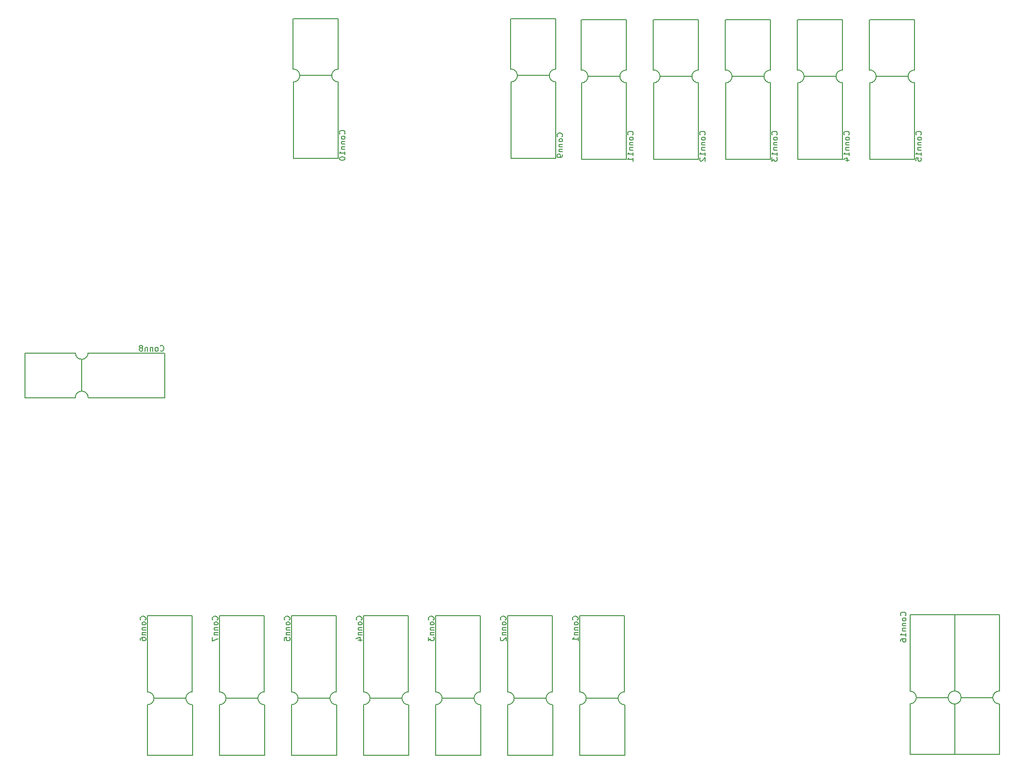
<source format=gbr>
%TF.GenerationSoftware,KiCad,Pcbnew,7.0.7*%
%TF.CreationDate,2024-03-26T21:52:30-05:00*%
%TF.ProjectId,PMS,504d532e-6b69-4636-9164-5f7063625858,rev?*%
%TF.SameCoordinates,Original*%
%TF.FileFunction,Legend,Bot*%
%TF.FilePolarity,Positive*%
%FSLAX46Y46*%
G04 Gerber Fmt 4.6, Leading zero omitted, Abs format (unit mm)*
G04 Created by KiCad (PCBNEW 7.0.7) date 2024-03-26 21:52:30*
%MOMM*%
%LPD*%
G01*
G04 APERTURE LIST*
%ADD10C,0.150000*%
G04 APERTURE END LIST*
D10*
X152415280Y-96307690D02*
X152462900Y-96260071D01*
X152462900Y-96260071D02*
X152510519Y-96117214D01*
X152510519Y-96117214D02*
X152510519Y-96021976D01*
X152510519Y-96021976D02*
X152462900Y-95879119D01*
X152462900Y-95879119D02*
X152367661Y-95783881D01*
X152367661Y-95783881D02*
X152272423Y-95736262D01*
X152272423Y-95736262D02*
X152081947Y-95688643D01*
X152081947Y-95688643D02*
X151939090Y-95688643D01*
X151939090Y-95688643D02*
X151748614Y-95736262D01*
X151748614Y-95736262D02*
X151653376Y-95783881D01*
X151653376Y-95783881D02*
X151558138Y-95879119D01*
X151558138Y-95879119D02*
X151510519Y-96021976D01*
X151510519Y-96021976D02*
X151510519Y-96117214D01*
X151510519Y-96117214D02*
X151558138Y-96260071D01*
X151558138Y-96260071D02*
X151605757Y-96307690D01*
X152510519Y-96879119D02*
X152462900Y-96783881D01*
X152462900Y-96783881D02*
X152415280Y-96736262D01*
X152415280Y-96736262D02*
X152320042Y-96688643D01*
X152320042Y-96688643D02*
X152034328Y-96688643D01*
X152034328Y-96688643D02*
X151939090Y-96736262D01*
X151939090Y-96736262D02*
X151891471Y-96783881D01*
X151891471Y-96783881D02*
X151843852Y-96879119D01*
X151843852Y-96879119D02*
X151843852Y-97021976D01*
X151843852Y-97021976D02*
X151891471Y-97117214D01*
X151891471Y-97117214D02*
X151939090Y-97164833D01*
X151939090Y-97164833D02*
X152034328Y-97212452D01*
X152034328Y-97212452D02*
X152320042Y-97212452D01*
X152320042Y-97212452D02*
X152415280Y-97164833D01*
X152415280Y-97164833D02*
X152462900Y-97117214D01*
X152462900Y-97117214D02*
X152510519Y-97021976D01*
X152510519Y-97021976D02*
X152510519Y-96879119D01*
X151843852Y-97641024D02*
X152510519Y-97641024D01*
X151939090Y-97641024D02*
X151891471Y-97688643D01*
X151891471Y-97688643D02*
X151843852Y-97783881D01*
X151843852Y-97783881D02*
X151843852Y-97926738D01*
X151843852Y-97926738D02*
X151891471Y-98021976D01*
X151891471Y-98021976D02*
X151986709Y-98069595D01*
X151986709Y-98069595D02*
X152510519Y-98069595D01*
X151843852Y-98545786D02*
X152510519Y-98545786D01*
X151939090Y-98545786D02*
X151891471Y-98593405D01*
X151891471Y-98593405D02*
X151843852Y-98688643D01*
X151843852Y-98688643D02*
X151843852Y-98831500D01*
X151843852Y-98831500D02*
X151891471Y-98926738D01*
X151891471Y-98926738D02*
X151986709Y-98974357D01*
X151986709Y-98974357D02*
X152510519Y-98974357D01*
X152510519Y-99498167D02*
X152510519Y-99688643D01*
X152510519Y-99688643D02*
X152462900Y-99783881D01*
X152462900Y-99783881D02*
X152415280Y-99831500D01*
X152415280Y-99831500D02*
X152272423Y-99926738D01*
X152272423Y-99926738D02*
X152081947Y-99974357D01*
X152081947Y-99974357D02*
X151700995Y-99974357D01*
X151700995Y-99974357D02*
X151605757Y-99926738D01*
X151605757Y-99926738D02*
X151558138Y-99879119D01*
X151558138Y-99879119D02*
X151510519Y-99783881D01*
X151510519Y-99783881D02*
X151510519Y-99593405D01*
X151510519Y-99593405D02*
X151558138Y-99498167D01*
X151558138Y-99498167D02*
X151605757Y-99450548D01*
X151605757Y-99450548D02*
X151700995Y-99402929D01*
X151700995Y-99402929D02*
X151939090Y-99402929D01*
X151939090Y-99402929D02*
X152034328Y-99450548D01*
X152034328Y-99450548D02*
X152081947Y-99498167D01*
X152081947Y-99498167D02*
X152129566Y-99593405D01*
X152129566Y-99593405D02*
X152129566Y-99783881D01*
X152129566Y-99783881D02*
X152081947Y-99879119D01*
X152081947Y-99879119D02*
X152034328Y-99926738D01*
X152034328Y-99926738D02*
X151939090Y-99974357D01*
X155135880Y-181568690D02*
X155183500Y-181521071D01*
X155183500Y-181521071D02*
X155231119Y-181378214D01*
X155231119Y-181378214D02*
X155231119Y-181282976D01*
X155231119Y-181282976D02*
X155183500Y-181140119D01*
X155183500Y-181140119D02*
X155088261Y-181044881D01*
X155088261Y-181044881D02*
X154993023Y-180997262D01*
X154993023Y-180997262D02*
X154802547Y-180949643D01*
X154802547Y-180949643D02*
X154659690Y-180949643D01*
X154659690Y-180949643D02*
X154469214Y-180997262D01*
X154469214Y-180997262D02*
X154373976Y-181044881D01*
X154373976Y-181044881D02*
X154278738Y-181140119D01*
X154278738Y-181140119D02*
X154231119Y-181282976D01*
X154231119Y-181282976D02*
X154231119Y-181378214D01*
X154231119Y-181378214D02*
X154278738Y-181521071D01*
X154278738Y-181521071D02*
X154326357Y-181568690D01*
X155231119Y-182140119D02*
X155183500Y-182044881D01*
X155183500Y-182044881D02*
X155135880Y-181997262D01*
X155135880Y-181997262D02*
X155040642Y-181949643D01*
X155040642Y-181949643D02*
X154754928Y-181949643D01*
X154754928Y-181949643D02*
X154659690Y-181997262D01*
X154659690Y-181997262D02*
X154612071Y-182044881D01*
X154612071Y-182044881D02*
X154564452Y-182140119D01*
X154564452Y-182140119D02*
X154564452Y-182282976D01*
X154564452Y-182282976D02*
X154612071Y-182378214D01*
X154612071Y-182378214D02*
X154659690Y-182425833D01*
X154659690Y-182425833D02*
X154754928Y-182473452D01*
X154754928Y-182473452D02*
X155040642Y-182473452D01*
X155040642Y-182473452D02*
X155135880Y-182425833D01*
X155135880Y-182425833D02*
X155183500Y-182378214D01*
X155183500Y-182378214D02*
X155231119Y-182282976D01*
X155231119Y-182282976D02*
X155231119Y-182140119D01*
X154564452Y-182902024D02*
X155231119Y-182902024D01*
X154659690Y-182902024D02*
X154612071Y-182949643D01*
X154612071Y-182949643D02*
X154564452Y-183044881D01*
X154564452Y-183044881D02*
X154564452Y-183187738D01*
X154564452Y-183187738D02*
X154612071Y-183282976D01*
X154612071Y-183282976D02*
X154707309Y-183330595D01*
X154707309Y-183330595D02*
X155231119Y-183330595D01*
X154564452Y-183806786D02*
X155231119Y-183806786D01*
X154659690Y-183806786D02*
X154612071Y-183854405D01*
X154612071Y-183854405D02*
X154564452Y-183949643D01*
X154564452Y-183949643D02*
X154564452Y-184092500D01*
X154564452Y-184092500D02*
X154612071Y-184187738D01*
X154612071Y-184187738D02*
X154707309Y-184235357D01*
X154707309Y-184235357D02*
X155231119Y-184235357D01*
X155231119Y-185235357D02*
X155231119Y-184663929D01*
X155231119Y-184949643D02*
X154231119Y-184949643D01*
X154231119Y-184949643D02*
X154373976Y-184854405D01*
X154373976Y-184854405D02*
X154469214Y-184759167D01*
X154469214Y-184759167D02*
X154516833Y-184663929D01*
X142435880Y-181568690D02*
X142483500Y-181521071D01*
X142483500Y-181521071D02*
X142531119Y-181378214D01*
X142531119Y-181378214D02*
X142531119Y-181282976D01*
X142531119Y-181282976D02*
X142483500Y-181140119D01*
X142483500Y-181140119D02*
X142388261Y-181044881D01*
X142388261Y-181044881D02*
X142293023Y-180997262D01*
X142293023Y-180997262D02*
X142102547Y-180949643D01*
X142102547Y-180949643D02*
X141959690Y-180949643D01*
X141959690Y-180949643D02*
X141769214Y-180997262D01*
X141769214Y-180997262D02*
X141673976Y-181044881D01*
X141673976Y-181044881D02*
X141578738Y-181140119D01*
X141578738Y-181140119D02*
X141531119Y-181282976D01*
X141531119Y-181282976D02*
X141531119Y-181378214D01*
X141531119Y-181378214D02*
X141578738Y-181521071D01*
X141578738Y-181521071D02*
X141626357Y-181568690D01*
X142531119Y-182140119D02*
X142483500Y-182044881D01*
X142483500Y-182044881D02*
X142435880Y-181997262D01*
X142435880Y-181997262D02*
X142340642Y-181949643D01*
X142340642Y-181949643D02*
X142054928Y-181949643D01*
X142054928Y-181949643D02*
X141959690Y-181997262D01*
X141959690Y-181997262D02*
X141912071Y-182044881D01*
X141912071Y-182044881D02*
X141864452Y-182140119D01*
X141864452Y-182140119D02*
X141864452Y-182282976D01*
X141864452Y-182282976D02*
X141912071Y-182378214D01*
X141912071Y-182378214D02*
X141959690Y-182425833D01*
X141959690Y-182425833D02*
X142054928Y-182473452D01*
X142054928Y-182473452D02*
X142340642Y-182473452D01*
X142340642Y-182473452D02*
X142435880Y-182425833D01*
X142435880Y-182425833D02*
X142483500Y-182378214D01*
X142483500Y-182378214D02*
X142531119Y-182282976D01*
X142531119Y-182282976D02*
X142531119Y-182140119D01*
X141864452Y-182902024D02*
X142531119Y-182902024D01*
X141959690Y-182902024D02*
X141912071Y-182949643D01*
X141912071Y-182949643D02*
X141864452Y-183044881D01*
X141864452Y-183044881D02*
X141864452Y-183187738D01*
X141864452Y-183187738D02*
X141912071Y-183282976D01*
X141912071Y-183282976D02*
X142007309Y-183330595D01*
X142007309Y-183330595D02*
X142531119Y-183330595D01*
X141864452Y-183806786D02*
X142531119Y-183806786D01*
X141959690Y-183806786D02*
X141912071Y-183854405D01*
X141912071Y-183854405D02*
X141864452Y-183949643D01*
X141864452Y-183949643D02*
X141864452Y-184092500D01*
X141864452Y-184092500D02*
X141912071Y-184187738D01*
X141912071Y-184187738D02*
X142007309Y-184235357D01*
X142007309Y-184235357D02*
X142531119Y-184235357D01*
X141626357Y-184663929D02*
X141578738Y-184711548D01*
X141578738Y-184711548D02*
X141531119Y-184806786D01*
X141531119Y-184806786D02*
X141531119Y-185044881D01*
X141531119Y-185044881D02*
X141578738Y-185140119D01*
X141578738Y-185140119D02*
X141626357Y-185187738D01*
X141626357Y-185187738D02*
X141721595Y-185235357D01*
X141721595Y-185235357D02*
X141816833Y-185235357D01*
X141816833Y-185235357D02*
X141959690Y-185187738D01*
X141959690Y-185187738D02*
X142531119Y-184616310D01*
X142531119Y-184616310D02*
X142531119Y-185235357D01*
X190261280Y-95989999D02*
X190308900Y-95942380D01*
X190308900Y-95942380D02*
X190356519Y-95799523D01*
X190356519Y-95799523D02*
X190356519Y-95704285D01*
X190356519Y-95704285D02*
X190308900Y-95561428D01*
X190308900Y-95561428D02*
X190213661Y-95466190D01*
X190213661Y-95466190D02*
X190118423Y-95418571D01*
X190118423Y-95418571D02*
X189927947Y-95370952D01*
X189927947Y-95370952D02*
X189785090Y-95370952D01*
X189785090Y-95370952D02*
X189594614Y-95418571D01*
X189594614Y-95418571D02*
X189499376Y-95466190D01*
X189499376Y-95466190D02*
X189404138Y-95561428D01*
X189404138Y-95561428D02*
X189356519Y-95704285D01*
X189356519Y-95704285D02*
X189356519Y-95799523D01*
X189356519Y-95799523D02*
X189404138Y-95942380D01*
X189404138Y-95942380D02*
X189451757Y-95989999D01*
X190356519Y-96561428D02*
X190308900Y-96466190D01*
X190308900Y-96466190D02*
X190261280Y-96418571D01*
X190261280Y-96418571D02*
X190166042Y-96370952D01*
X190166042Y-96370952D02*
X189880328Y-96370952D01*
X189880328Y-96370952D02*
X189785090Y-96418571D01*
X189785090Y-96418571D02*
X189737471Y-96466190D01*
X189737471Y-96466190D02*
X189689852Y-96561428D01*
X189689852Y-96561428D02*
X189689852Y-96704285D01*
X189689852Y-96704285D02*
X189737471Y-96799523D01*
X189737471Y-96799523D02*
X189785090Y-96847142D01*
X189785090Y-96847142D02*
X189880328Y-96894761D01*
X189880328Y-96894761D02*
X190166042Y-96894761D01*
X190166042Y-96894761D02*
X190261280Y-96847142D01*
X190261280Y-96847142D02*
X190308900Y-96799523D01*
X190308900Y-96799523D02*
X190356519Y-96704285D01*
X190356519Y-96704285D02*
X190356519Y-96561428D01*
X189689852Y-97323333D02*
X190356519Y-97323333D01*
X189785090Y-97323333D02*
X189737471Y-97370952D01*
X189737471Y-97370952D02*
X189689852Y-97466190D01*
X189689852Y-97466190D02*
X189689852Y-97609047D01*
X189689852Y-97609047D02*
X189737471Y-97704285D01*
X189737471Y-97704285D02*
X189832709Y-97751904D01*
X189832709Y-97751904D02*
X190356519Y-97751904D01*
X189689852Y-98228095D02*
X190356519Y-98228095D01*
X189785090Y-98228095D02*
X189737471Y-98275714D01*
X189737471Y-98275714D02*
X189689852Y-98370952D01*
X189689852Y-98370952D02*
X189689852Y-98513809D01*
X189689852Y-98513809D02*
X189737471Y-98609047D01*
X189737471Y-98609047D02*
X189832709Y-98656666D01*
X189832709Y-98656666D02*
X190356519Y-98656666D01*
X190356519Y-99656666D02*
X190356519Y-99085238D01*
X190356519Y-99370952D02*
X189356519Y-99370952D01*
X189356519Y-99370952D02*
X189499376Y-99275714D01*
X189499376Y-99275714D02*
X189594614Y-99180476D01*
X189594614Y-99180476D02*
X189642233Y-99085238D01*
X189356519Y-99990000D02*
X189356519Y-100609047D01*
X189356519Y-100609047D02*
X189737471Y-100275714D01*
X189737471Y-100275714D02*
X189737471Y-100418571D01*
X189737471Y-100418571D02*
X189785090Y-100513809D01*
X189785090Y-100513809D02*
X189832709Y-100561428D01*
X189832709Y-100561428D02*
X189927947Y-100609047D01*
X189927947Y-100609047D02*
X190166042Y-100609047D01*
X190166042Y-100609047D02*
X190261280Y-100561428D01*
X190261280Y-100561428D02*
X190308900Y-100513809D01*
X190308900Y-100513809D02*
X190356519Y-100418571D01*
X190356519Y-100418571D02*
X190356519Y-100132857D01*
X190356519Y-100132857D02*
X190308900Y-100037619D01*
X190308900Y-100037619D02*
X190261280Y-99990000D01*
X117035880Y-181568690D02*
X117083500Y-181521071D01*
X117083500Y-181521071D02*
X117131119Y-181378214D01*
X117131119Y-181378214D02*
X117131119Y-181282976D01*
X117131119Y-181282976D02*
X117083500Y-181140119D01*
X117083500Y-181140119D02*
X116988261Y-181044881D01*
X116988261Y-181044881D02*
X116893023Y-180997262D01*
X116893023Y-180997262D02*
X116702547Y-180949643D01*
X116702547Y-180949643D02*
X116559690Y-180949643D01*
X116559690Y-180949643D02*
X116369214Y-180997262D01*
X116369214Y-180997262D02*
X116273976Y-181044881D01*
X116273976Y-181044881D02*
X116178738Y-181140119D01*
X116178738Y-181140119D02*
X116131119Y-181282976D01*
X116131119Y-181282976D02*
X116131119Y-181378214D01*
X116131119Y-181378214D02*
X116178738Y-181521071D01*
X116178738Y-181521071D02*
X116226357Y-181568690D01*
X117131119Y-182140119D02*
X117083500Y-182044881D01*
X117083500Y-182044881D02*
X117035880Y-181997262D01*
X117035880Y-181997262D02*
X116940642Y-181949643D01*
X116940642Y-181949643D02*
X116654928Y-181949643D01*
X116654928Y-181949643D02*
X116559690Y-181997262D01*
X116559690Y-181997262D02*
X116512071Y-182044881D01*
X116512071Y-182044881D02*
X116464452Y-182140119D01*
X116464452Y-182140119D02*
X116464452Y-182282976D01*
X116464452Y-182282976D02*
X116512071Y-182378214D01*
X116512071Y-182378214D02*
X116559690Y-182425833D01*
X116559690Y-182425833D02*
X116654928Y-182473452D01*
X116654928Y-182473452D02*
X116940642Y-182473452D01*
X116940642Y-182473452D02*
X117035880Y-182425833D01*
X117035880Y-182425833D02*
X117083500Y-182378214D01*
X117083500Y-182378214D02*
X117131119Y-182282976D01*
X117131119Y-182282976D02*
X117131119Y-182140119D01*
X116464452Y-182902024D02*
X117131119Y-182902024D01*
X116559690Y-182902024D02*
X116512071Y-182949643D01*
X116512071Y-182949643D02*
X116464452Y-183044881D01*
X116464452Y-183044881D02*
X116464452Y-183187738D01*
X116464452Y-183187738D02*
X116512071Y-183282976D01*
X116512071Y-183282976D02*
X116607309Y-183330595D01*
X116607309Y-183330595D02*
X117131119Y-183330595D01*
X116464452Y-183806786D02*
X117131119Y-183806786D01*
X116559690Y-183806786D02*
X116512071Y-183854405D01*
X116512071Y-183854405D02*
X116464452Y-183949643D01*
X116464452Y-183949643D02*
X116464452Y-184092500D01*
X116464452Y-184092500D02*
X116512071Y-184187738D01*
X116512071Y-184187738D02*
X116607309Y-184235357D01*
X116607309Y-184235357D02*
X117131119Y-184235357D01*
X116464452Y-185140119D02*
X117131119Y-185140119D01*
X116083500Y-184902024D02*
X116797785Y-184663929D01*
X116797785Y-184663929D02*
X116797785Y-185282976D01*
X177561280Y-95989999D02*
X177608900Y-95942380D01*
X177608900Y-95942380D02*
X177656519Y-95799523D01*
X177656519Y-95799523D02*
X177656519Y-95704285D01*
X177656519Y-95704285D02*
X177608900Y-95561428D01*
X177608900Y-95561428D02*
X177513661Y-95466190D01*
X177513661Y-95466190D02*
X177418423Y-95418571D01*
X177418423Y-95418571D02*
X177227947Y-95370952D01*
X177227947Y-95370952D02*
X177085090Y-95370952D01*
X177085090Y-95370952D02*
X176894614Y-95418571D01*
X176894614Y-95418571D02*
X176799376Y-95466190D01*
X176799376Y-95466190D02*
X176704138Y-95561428D01*
X176704138Y-95561428D02*
X176656519Y-95704285D01*
X176656519Y-95704285D02*
X176656519Y-95799523D01*
X176656519Y-95799523D02*
X176704138Y-95942380D01*
X176704138Y-95942380D02*
X176751757Y-95989999D01*
X177656519Y-96561428D02*
X177608900Y-96466190D01*
X177608900Y-96466190D02*
X177561280Y-96418571D01*
X177561280Y-96418571D02*
X177466042Y-96370952D01*
X177466042Y-96370952D02*
X177180328Y-96370952D01*
X177180328Y-96370952D02*
X177085090Y-96418571D01*
X177085090Y-96418571D02*
X177037471Y-96466190D01*
X177037471Y-96466190D02*
X176989852Y-96561428D01*
X176989852Y-96561428D02*
X176989852Y-96704285D01*
X176989852Y-96704285D02*
X177037471Y-96799523D01*
X177037471Y-96799523D02*
X177085090Y-96847142D01*
X177085090Y-96847142D02*
X177180328Y-96894761D01*
X177180328Y-96894761D02*
X177466042Y-96894761D01*
X177466042Y-96894761D02*
X177561280Y-96847142D01*
X177561280Y-96847142D02*
X177608900Y-96799523D01*
X177608900Y-96799523D02*
X177656519Y-96704285D01*
X177656519Y-96704285D02*
X177656519Y-96561428D01*
X176989852Y-97323333D02*
X177656519Y-97323333D01*
X177085090Y-97323333D02*
X177037471Y-97370952D01*
X177037471Y-97370952D02*
X176989852Y-97466190D01*
X176989852Y-97466190D02*
X176989852Y-97609047D01*
X176989852Y-97609047D02*
X177037471Y-97704285D01*
X177037471Y-97704285D02*
X177132709Y-97751904D01*
X177132709Y-97751904D02*
X177656519Y-97751904D01*
X176989852Y-98228095D02*
X177656519Y-98228095D01*
X177085090Y-98228095D02*
X177037471Y-98275714D01*
X177037471Y-98275714D02*
X176989852Y-98370952D01*
X176989852Y-98370952D02*
X176989852Y-98513809D01*
X176989852Y-98513809D02*
X177037471Y-98609047D01*
X177037471Y-98609047D02*
X177132709Y-98656666D01*
X177132709Y-98656666D02*
X177656519Y-98656666D01*
X177656519Y-99656666D02*
X177656519Y-99085238D01*
X177656519Y-99370952D02*
X176656519Y-99370952D01*
X176656519Y-99370952D02*
X176799376Y-99275714D01*
X176799376Y-99275714D02*
X176894614Y-99180476D01*
X176894614Y-99180476D02*
X176942233Y-99085238D01*
X176751757Y-100037619D02*
X176704138Y-100085238D01*
X176704138Y-100085238D02*
X176656519Y-100180476D01*
X176656519Y-100180476D02*
X176656519Y-100418571D01*
X176656519Y-100418571D02*
X176704138Y-100513809D01*
X176704138Y-100513809D02*
X176751757Y-100561428D01*
X176751757Y-100561428D02*
X176846995Y-100609047D01*
X176846995Y-100609047D02*
X176942233Y-100609047D01*
X176942233Y-100609047D02*
X177085090Y-100561428D01*
X177085090Y-100561428D02*
X177656519Y-99990000D01*
X177656519Y-99990000D02*
X177656519Y-100609047D01*
X212961580Y-180828199D02*
X213009200Y-180780580D01*
X213009200Y-180780580D02*
X213056819Y-180637723D01*
X213056819Y-180637723D02*
X213056819Y-180542485D01*
X213056819Y-180542485D02*
X213009200Y-180399628D01*
X213009200Y-180399628D02*
X212913961Y-180304390D01*
X212913961Y-180304390D02*
X212818723Y-180256771D01*
X212818723Y-180256771D02*
X212628247Y-180209152D01*
X212628247Y-180209152D02*
X212485390Y-180209152D01*
X212485390Y-180209152D02*
X212294914Y-180256771D01*
X212294914Y-180256771D02*
X212199676Y-180304390D01*
X212199676Y-180304390D02*
X212104438Y-180399628D01*
X212104438Y-180399628D02*
X212056819Y-180542485D01*
X212056819Y-180542485D02*
X212056819Y-180637723D01*
X212056819Y-180637723D02*
X212104438Y-180780580D01*
X212104438Y-180780580D02*
X212152057Y-180828199D01*
X213056819Y-181399628D02*
X213009200Y-181304390D01*
X213009200Y-181304390D02*
X212961580Y-181256771D01*
X212961580Y-181256771D02*
X212866342Y-181209152D01*
X212866342Y-181209152D02*
X212580628Y-181209152D01*
X212580628Y-181209152D02*
X212485390Y-181256771D01*
X212485390Y-181256771D02*
X212437771Y-181304390D01*
X212437771Y-181304390D02*
X212390152Y-181399628D01*
X212390152Y-181399628D02*
X212390152Y-181542485D01*
X212390152Y-181542485D02*
X212437771Y-181637723D01*
X212437771Y-181637723D02*
X212485390Y-181685342D01*
X212485390Y-181685342D02*
X212580628Y-181732961D01*
X212580628Y-181732961D02*
X212866342Y-181732961D01*
X212866342Y-181732961D02*
X212961580Y-181685342D01*
X212961580Y-181685342D02*
X213009200Y-181637723D01*
X213009200Y-181637723D02*
X213056819Y-181542485D01*
X213056819Y-181542485D02*
X213056819Y-181399628D01*
X212390152Y-182161533D02*
X213056819Y-182161533D01*
X212485390Y-182161533D02*
X212437771Y-182209152D01*
X212437771Y-182209152D02*
X212390152Y-182304390D01*
X212390152Y-182304390D02*
X212390152Y-182447247D01*
X212390152Y-182447247D02*
X212437771Y-182542485D01*
X212437771Y-182542485D02*
X212533009Y-182590104D01*
X212533009Y-182590104D02*
X213056819Y-182590104D01*
X212390152Y-183066295D02*
X213056819Y-183066295D01*
X212485390Y-183066295D02*
X212437771Y-183113914D01*
X212437771Y-183113914D02*
X212390152Y-183209152D01*
X212390152Y-183209152D02*
X212390152Y-183352009D01*
X212390152Y-183352009D02*
X212437771Y-183447247D01*
X212437771Y-183447247D02*
X212533009Y-183494866D01*
X212533009Y-183494866D02*
X213056819Y-183494866D01*
X213056819Y-184494866D02*
X213056819Y-183923438D01*
X213056819Y-184209152D02*
X212056819Y-184209152D01*
X212056819Y-184209152D02*
X212199676Y-184113914D01*
X212199676Y-184113914D02*
X212294914Y-184018676D01*
X212294914Y-184018676D02*
X212342533Y-183923438D01*
X212056819Y-185352009D02*
X212056819Y-185161533D01*
X212056819Y-185161533D02*
X212104438Y-185066295D01*
X212104438Y-185066295D02*
X212152057Y-185018676D01*
X212152057Y-185018676D02*
X212294914Y-184923438D01*
X212294914Y-184923438D02*
X212485390Y-184875819D01*
X212485390Y-184875819D02*
X212866342Y-184875819D01*
X212866342Y-184875819D02*
X212961580Y-184923438D01*
X212961580Y-184923438D02*
X213009200Y-184971057D01*
X213009200Y-184971057D02*
X213056819Y-185066295D01*
X213056819Y-185066295D02*
X213056819Y-185256771D01*
X213056819Y-185256771D02*
X213009200Y-185352009D01*
X213009200Y-185352009D02*
X212961580Y-185399628D01*
X212961580Y-185399628D02*
X212866342Y-185447247D01*
X212866342Y-185447247D02*
X212628247Y-185447247D01*
X212628247Y-185447247D02*
X212533009Y-185399628D01*
X212533009Y-185399628D02*
X212485390Y-185352009D01*
X212485390Y-185352009D02*
X212437771Y-185256771D01*
X212437771Y-185256771D02*
X212437771Y-185066295D01*
X212437771Y-185066295D02*
X212485390Y-184971057D01*
X212485390Y-184971057D02*
X212533009Y-184923438D01*
X212533009Y-184923438D02*
X212628247Y-184875819D01*
X78935880Y-181568690D02*
X78983500Y-181521071D01*
X78983500Y-181521071D02*
X79031119Y-181378214D01*
X79031119Y-181378214D02*
X79031119Y-181282976D01*
X79031119Y-181282976D02*
X78983500Y-181140119D01*
X78983500Y-181140119D02*
X78888261Y-181044881D01*
X78888261Y-181044881D02*
X78793023Y-180997262D01*
X78793023Y-180997262D02*
X78602547Y-180949643D01*
X78602547Y-180949643D02*
X78459690Y-180949643D01*
X78459690Y-180949643D02*
X78269214Y-180997262D01*
X78269214Y-180997262D02*
X78173976Y-181044881D01*
X78173976Y-181044881D02*
X78078738Y-181140119D01*
X78078738Y-181140119D02*
X78031119Y-181282976D01*
X78031119Y-181282976D02*
X78031119Y-181378214D01*
X78031119Y-181378214D02*
X78078738Y-181521071D01*
X78078738Y-181521071D02*
X78126357Y-181568690D01*
X79031119Y-182140119D02*
X78983500Y-182044881D01*
X78983500Y-182044881D02*
X78935880Y-181997262D01*
X78935880Y-181997262D02*
X78840642Y-181949643D01*
X78840642Y-181949643D02*
X78554928Y-181949643D01*
X78554928Y-181949643D02*
X78459690Y-181997262D01*
X78459690Y-181997262D02*
X78412071Y-182044881D01*
X78412071Y-182044881D02*
X78364452Y-182140119D01*
X78364452Y-182140119D02*
X78364452Y-182282976D01*
X78364452Y-182282976D02*
X78412071Y-182378214D01*
X78412071Y-182378214D02*
X78459690Y-182425833D01*
X78459690Y-182425833D02*
X78554928Y-182473452D01*
X78554928Y-182473452D02*
X78840642Y-182473452D01*
X78840642Y-182473452D02*
X78935880Y-182425833D01*
X78935880Y-182425833D02*
X78983500Y-182378214D01*
X78983500Y-182378214D02*
X79031119Y-182282976D01*
X79031119Y-182282976D02*
X79031119Y-182140119D01*
X78364452Y-182902024D02*
X79031119Y-182902024D01*
X78459690Y-182902024D02*
X78412071Y-182949643D01*
X78412071Y-182949643D02*
X78364452Y-183044881D01*
X78364452Y-183044881D02*
X78364452Y-183187738D01*
X78364452Y-183187738D02*
X78412071Y-183282976D01*
X78412071Y-183282976D02*
X78507309Y-183330595D01*
X78507309Y-183330595D02*
X79031119Y-183330595D01*
X78364452Y-183806786D02*
X79031119Y-183806786D01*
X78459690Y-183806786D02*
X78412071Y-183854405D01*
X78412071Y-183854405D02*
X78364452Y-183949643D01*
X78364452Y-183949643D02*
X78364452Y-184092500D01*
X78364452Y-184092500D02*
X78412071Y-184187738D01*
X78412071Y-184187738D02*
X78507309Y-184235357D01*
X78507309Y-184235357D02*
X79031119Y-184235357D01*
X78031119Y-185140119D02*
X78031119Y-184949643D01*
X78031119Y-184949643D02*
X78078738Y-184854405D01*
X78078738Y-184854405D02*
X78126357Y-184806786D01*
X78126357Y-184806786D02*
X78269214Y-184711548D01*
X78269214Y-184711548D02*
X78459690Y-184663929D01*
X78459690Y-184663929D02*
X78840642Y-184663929D01*
X78840642Y-184663929D02*
X78935880Y-184711548D01*
X78935880Y-184711548D02*
X78983500Y-184759167D01*
X78983500Y-184759167D02*
X79031119Y-184854405D01*
X79031119Y-184854405D02*
X79031119Y-185044881D01*
X79031119Y-185044881D02*
X78983500Y-185140119D01*
X78983500Y-185140119D02*
X78935880Y-185187738D01*
X78935880Y-185187738D02*
X78840642Y-185235357D01*
X78840642Y-185235357D02*
X78602547Y-185235357D01*
X78602547Y-185235357D02*
X78507309Y-185187738D01*
X78507309Y-185187738D02*
X78459690Y-185140119D01*
X78459690Y-185140119D02*
X78412071Y-185044881D01*
X78412071Y-185044881D02*
X78412071Y-184854405D01*
X78412071Y-184854405D02*
X78459690Y-184759167D01*
X78459690Y-184759167D02*
X78507309Y-184711548D01*
X78507309Y-184711548D02*
X78602547Y-184663929D01*
X215661280Y-95989999D02*
X215708900Y-95942380D01*
X215708900Y-95942380D02*
X215756519Y-95799523D01*
X215756519Y-95799523D02*
X215756519Y-95704285D01*
X215756519Y-95704285D02*
X215708900Y-95561428D01*
X215708900Y-95561428D02*
X215613661Y-95466190D01*
X215613661Y-95466190D02*
X215518423Y-95418571D01*
X215518423Y-95418571D02*
X215327947Y-95370952D01*
X215327947Y-95370952D02*
X215185090Y-95370952D01*
X215185090Y-95370952D02*
X214994614Y-95418571D01*
X214994614Y-95418571D02*
X214899376Y-95466190D01*
X214899376Y-95466190D02*
X214804138Y-95561428D01*
X214804138Y-95561428D02*
X214756519Y-95704285D01*
X214756519Y-95704285D02*
X214756519Y-95799523D01*
X214756519Y-95799523D02*
X214804138Y-95942380D01*
X214804138Y-95942380D02*
X214851757Y-95989999D01*
X215756519Y-96561428D02*
X215708900Y-96466190D01*
X215708900Y-96466190D02*
X215661280Y-96418571D01*
X215661280Y-96418571D02*
X215566042Y-96370952D01*
X215566042Y-96370952D02*
X215280328Y-96370952D01*
X215280328Y-96370952D02*
X215185090Y-96418571D01*
X215185090Y-96418571D02*
X215137471Y-96466190D01*
X215137471Y-96466190D02*
X215089852Y-96561428D01*
X215089852Y-96561428D02*
X215089852Y-96704285D01*
X215089852Y-96704285D02*
X215137471Y-96799523D01*
X215137471Y-96799523D02*
X215185090Y-96847142D01*
X215185090Y-96847142D02*
X215280328Y-96894761D01*
X215280328Y-96894761D02*
X215566042Y-96894761D01*
X215566042Y-96894761D02*
X215661280Y-96847142D01*
X215661280Y-96847142D02*
X215708900Y-96799523D01*
X215708900Y-96799523D02*
X215756519Y-96704285D01*
X215756519Y-96704285D02*
X215756519Y-96561428D01*
X215089852Y-97323333D02*
X215756519Y-97323333D01*
X215185090Y-97323333D02*
X215137471Y-97370952D01*
X215137471Y-97370952D02*
X215089852Y-97466190D01*
X215089852Y-97466190D02*
X215089852Y-97609047D01*
X215089852Y-97609047D02*
X215137471Y-97704285D01*
X215137471Y-97704285D02*
X215232709Y-97751904D01*
X215232709Y-97751904D02*
X215756519Y-97751904D01*
X215089852Y-98228095D02*
X215756519Y-98228095D01*
X215185090Y-98228095D02*
X215137471Y-98275714D01*
X215137471Y-98275714D02*
X215089852Y-98370952D01*
X215089852Y-98370952D02*
X215089852Y-98513809D01*
X215089852Y-98513809D02*
X215137471Y-98609047D01*
X215137471Y-98609047D02*
X215232709Y-98656666D01*
X215232709Y-98656666D02*
X215756519Y-98656666D01*
X215756519Y-99656666D02*
X215756519Y-99085238D01*
X215756519Y-99370952D02*
X214756519Y-99370952D01*
X214756519Y-99370952D02*
X214899376Y-99275714D01*
X214899376Y-99275714D02*
X214994614Y-99180476D01*
X214994614Y-99180476D02*
X215042233Y-99085238D01*
X214756519Y-100561428D02*
X214756519Y-100085238D01*
X214756519Y-100085238D02*
X215232709Y-100037619D01*
X215232709Y-100037619D02*
X215185090Y-100085238D01*
X215185090Y-100085238D02*
X215137471Y-100180476D01*
X215137471Y-100180476D02*
X215137471Y-100418571D01*
X215137471Y-100418571D02*
X215185090Y-100513809D01*
X215185090Y-100513809D02*
X215232709Y-100561428D01*
X215232709Y-100561428D02*
X215327947Y-100609047D01*
X215327947Y-100609047D02*
X215566042Y-100609047D01*
X215566042Y-100609047D02*
X215661280Y-100561428D01*
X215661280Y-100561428D02*
X215708900Y-100513809D01*
X215708900Y-100513809D02*
X215756519Y-100418571D01*
X215756519Y-100418571D02*
X215756519Y-100180476D01*
X215756519Y-100180476D02*
X215708900Y-100085238D01*
X215708900Y-100085238D02*
X215661280Y-100037619D01*
X104335880Y-181568690D02*
X104383500Y-181521071D01*
X104383500Y-181521071D02*
X104431119Y-181378214D01*
X104431119Y-181378214D02*
X104431119Y-181282976D01*
X104431119Y-181282976D02*
X104383500Y-181140119D01*
X104383500Y-181140119D02*
X104288261Y-181044881D01*
X104288261Y-181044881D02*
X104193023Y-180997262D01*
X104193023Y-180997262D02*
X104002547Y-180949643D01*
X104002547Y-180949643D02*
X103859690Y-180949643D01*
X103859690Y-180949643D02*
X103669214Y-180997262D01*
X103669214Y-180997262D02*
X103573976Y-181044881D01*
X103573976Y-181044881D02*
X103478738Y-181140119D01*
X103478738Y-181140119D02*
X103431119Y-181282976D01*
X103431119Y-181282976D02*
X103431119Y-181378214D01*
X103431119Y-181378214D02*
X103478738Y-181521071D01*
X103478738Y-181521071D02*
X103526357Y-181568690D01*
X104431119Y-182140119D02*
X104383500Y-182044881D01*
X104383500Y-182044881D02*
X104335880Y-181997262D01*
X104335880Y-181997262D02*
X104240642Y-181949643D01*
X104240642Y-181949643D02*
X103954928Y-181949643D01*
X103954928Y-181949643D02*
X103859690Y-181997262D01*
X103859690Y-181997262D02*
X103812071Y-182044881D01*
X103812071Y-182044881D02*
X103764452Y-182140119D01*
X103764452Y-182140119D02*
X103764452Y-182282976D01*
X103764452Y-182282976D02*
X103812071Y-182378214D01*
X103812071Y-182378214D02*
X103859690Y-182425833D01*
X103859690Y-182425833D02*
X103954928Y-182473452D01*
X103954928Y-182473452D02*
X104240642Y-182473452D01*
X104240642Y-182473452D02*
X104335880Y-182425833D01*
X104335880Y-182425833D02*
X104383500Y-182378214D01*
X104383500Y-182378214D02*
X104431119Y-182282976D01*
X104431119Y-182282976D02*
X104431119Y-182140119D01*
X103764452Y-182902024D02*
X104431119Y-182902024D01*
X103859690Y-182902024D02*
X103812071Y-182949643D01*
X103812071Y-182949643D02*
X103764452Y-183044881D01*
X103764452Y-183044881D02*
X103764452Y-183187738D01*
X103764452Y-183187738D02*
X103812071Y-183282976D01*
X103812071Y-183282976D02*
X103907309Y-183330595D01*
X103907309Y-183330595D02*
X104431119Y-183330595D01*
X103764452Y-183806786D02*
X104431119Y-183806786D01*
X103859690Y-183806786D02*
X103812071Y-183854405D01*
X103812071Y-183854405D02*
X103764452Y-183949643D01*
X103764452Y-183949643D02*
X103764452Y-184092500D01*
X103764452Y-184092500D02*
X103812071Y-184187738D01*
X103812071Y-184187738D02*
X103907309Y-184235357D01*
X103907309Y-184235357D02*
X104431119Y-184235357D01*
X103431119Y-185187738D02*
X103431119Y-184711548D01*
X103431119Y-184711548D02*
X103907309Y-184663929D01*
X103907309Y-184663929D02*
X103859690Y-184711548D01*
X103859690Y-184711548D02*
X103812071Y-184806786D01*
X103812071Y-184806786D02*
X103812071Y-185044881D01*
X103812071Y-185044881D02*
X103859690Y-185140119D01*
X103859690Y-185140119D02*
X103907309Y-185187738D01*
X103907309Y-185187738D02*
X104002547Y-185235357D01*
X104002547Y-185235357D02*
X104240642Y-185235357D01*
X104240642Y-185235357D02*
X104335880Y-185187738D01*
X104335880Y-185187738D02*
X104383500Y-185140119D01*
X104383500Y-185140119D02*
X104431119Y-185044881D01*
X104431119Y-185044881D02*
X104431119Y-184806786D01*
X104431119Y-184806786D02*
X104383500Y-184711548D01*
X104383500Y-184711548D02*
X104335880Y-184663929D01*
X81575309Y-134053880D02*
X81622928Y-134101500D01*
X81622928Y-134101500D02*
X81765785Y-134149119D01*
X81765785Y-134149119D02*
X81861023Y-134149119D01*
X81861023Y-134149119D02*
X82003880Y-134101500D01*
X82003880Y-134101500D02*
X82099118Y-134006261D01*
X82099118Y-134006261D02*
X82146737Y-133911023D01*
X82146737Y-133911023D02*
X82194356Y-133720547D01*
X82194356Y-133720547D02*
X82194356Y-133577690D01*
X82194356Y-133577690D02*
X82146737Y-133387214D01*
X82146737Y-133387214D02*
X82099118Y-133291976D01*
X82099118Y-133291976D02*
X82003880Y-133196738D01*
X82003880Y-133196738D02*
X81861023Y-133149119D01*
X81861023Y-133149119D02*
X81765785Y-133149119D01*
X81765785Y-133149119D02*
X81622928Y-133196738D01*
X81622928Y-133196738D02*
X81575309Y-133244357D01*
X81003880Y-134149119D02*
X81099118Y-134101500D01*
X81099118Y-134101500D02*
X81146737Y-134053880D01*
X81146737Y-134053880D02*
X81194356Y-133958642D01*
X81194356Y-133958642D02*
X81194356Y-133672928D01*
X81194356Y-133672928D02*
X81146737Y-133577690D01*
X81146737Y-133577690D02*
X81099118Y-133530071D01*
X81099118Y-133530071D02*
X81003880Y-133482452D01*
X81003880Y-133482452D02*
X80861023Y-133482452D01*
X80861023Y-133482452D02*
X80765785Y-133530071D01*
X80765785Y-133530071D02*
X80718166Y-133577690D01*
X80718166Y-133577690D02*
X80670547Y-133672928D01*
X80670547Y-133672928D02*
X80670547Y-133958642D01*
X80670547Y-133958642D02*
X80718166Y-134053880D01*
X80718166Y-134053880D02*
X80765785Y-134101500D01*
X80765785Y-134101500D02*
X80861023Y-134149119D01*
X80861023Y-134149119D02*
X81003880Y-134149119D01*
X80241975Y-133482452D02*
X80241975Y-134149119D01*
X80241975Y-133577690D02*
X80194356Y-133530071D01*
X80194356Y-133530071D02*
X80099118Y-133482452D01*
X80099118Y-133482452D02*
X79956261Y-133482452D01*
X79956261Y-133482452D02*
X79861023Y-133530071D01*
X79861023Y-133530071D02*
X79813404Y-133625309D01*
X79813404Y-133625309D02*
X79813404Y-134149119D01*
X79337213Y-133482452D02*
X79337213Y-134149119D01*
X79337213Y-133577690D02*
X79289594Y-133530071D01*
X79289594Y-133530071D02*
X79194356Y-133482452D01*
X79194356Y-133482452D02*
X79051499Y-133482452D01*
X79051499Y-133482452D02*
X78956261Y-133530071D01*
X78956261Y-133530071D02*
X78908642Y-133625309D01*
X78908642Y-133625309D02*
X78908642Y-134149119D01*
X78289594Y-133577690D02*
X78384832Y-133530071D01*
X78384832Y-133530071D02*
X78432451Y-133482452D01*
X78432451Y-133482452D02*
X78480070Y-133387214D01*
X78480070Y-133387214D02*
X78480070Y-133339595D01*
X78480070Y-133339595D02*
X78432451Y-133244357D01*
X78432451Y-133244357D02*
X78384832Y-133196738D01*
X78384832Y-133196738D02*
X78289594Y-133149119D01*
X78289594Y-133149119D02*
X78099118Y-133149119D01*
X78099118Y-133149119D02*
X78003880Y-133196738D01*
X78003880Y-133196738D02*
X77956261Y-133244357D01*
X77956261Y-133244357D02*
X77908642Y-133339595D01*
X77908642Y-133339595D02*
X77908642Y-133387214D01*
X77908642Y-133387214D02*
X77956261Y-133482452D01*
X77956261Y-133482452D02*
X78003880Y-133530071D01*
X78003880Y-133530071D02*
X78099118Y-133577690D01*
X78099118Y-133577690D02*
X78289594Y-133577690D01*
X78289594Y-133577690D02*
X78384832Y-133625309D01*
X78384832Y-133625309D02*
X78432451Y-133672928D01*
X78432451Y-133672928D02*
X78480070Y-133768166D01*
X78480070Y-133768166D02*
X78480070Y-133958642D01*
X78480070Y-133958642D02*
X78432451Y-134053880D01*
X78432451Y-134053880D02*
X78384832Y-134101500D01*
X78384832Y-134101500D02*
X78289594Y-134149119D01*
X78289594Y-134149119D02*
X78099118Y-134149119D01*
X78099118Y-134149119D02*
X78003880Y-134101500D01*
X78003880Y-134101500D02*
X77956261Y-134053880D01*
X77956261Y-134053880D02*
X77908642Y-133958642D01*
X77908642Y-133958642D02*
X77908642Y-133768166D01*
X77908642Y-133768166D02*
X77956261Y-133672928D01*
X77956261Y-133672928D02*
X78003880Y-133625309D01*
X78003880Y-133625309D02*
X78099118Y-133577690D01*
X129735880Y-181568690D02*
X129783500Y-181521071D01*
X129783500Y-181521071D02*
X129831119Y-181378214D01*
X129831119Y-181378214D02*
X129831119Y-181282976D01*
X129831119Y-181282976D02*
X129783500Y-181140119D01*
X129783500Y-181140119D02*
X129688261Y-181044881D01*
X129688261Y-181044881D02*
X129593023Y-180997262D01*
X129593023Y-180997262D02*
X129402547Y-180949643D01*
X129402547Y-180949643D02*
X129259690Y-180949643D01*
X129259690Y-180949643D02*
X129069214Y-180997262D01*
X129069214Y-180997262D02*
X128973976Y-181044881D01*
X128973976Y-181044881D02*
X128878738Y-181140119D01*
X128878738Y-181140119D02*
X128831119Y-181282976D01*
X128831119Y-181282976D02*
X128831119Y-181378214D01*
X128831119Y-181378214D02*
X128878738Y-181521071D01*
X128878738Y-181521071D02*
X128926357Y-181568690D01*
X129831119Y-182140119D02*
X129783500Y-182044881D01*
X129783500Y-182044881D02*
X129735880Y-181997262D01*
X129735880Y-181997262D02*
X129640642Y-181949643D01*
X129640642Y-181949643D02*
X129354928Y-181949643D01*
X129354928Y-181949643D02*
X129259690Y-181997262D01*
X129259690Y-181997262D02*
X129212071Y-182044881D01*
X129212071Y-182044881D02*
X129164452Y-182140119D01*
X129164452Y-182140119D02*
X129164452Y-182282976D01*
X129164452Y-182282976D02*
X129212071Y-182378214D01*
X129212071Y-182378214D02*
X129259690Y-182425833D01*
X129259690Y-182425833D02*
X129354928Y-182473452D01*
X129354928Y-182473452D02*
X129640642Y-182473452D01*
X129640642Y-182473452D02*
X129735880Y-182425833D01*
X129735880Y-182425833D02*
X129783500Y-182378214D01*
X129783500Y-182378214D02*
X129831119Y-182282976D01*
X129831119Y-182282976D02*
X129831119Y-182140119D01*
X129164452Y-182902024D02*
X129831119Y-182902024D01*
X129259690Y-182902024D02*
X129212071Y-182949643D01*
X129212071Y-182949643D02*
X129164452Y-183044881D01*
X129164452Y-183044881D02*
X129164452Y-183187738D01*
X129164452Y-183187738D02*
X129212071Y-183282976D01*
X129212071Y-183282976D02*
X129307309Y-183330595D01*
X129307309Y-183330595D02*
X129831119Y-183330595D01*
X129164452Y-183806786D02*
X129831119Y-183806786D01*
X129259690Y-183806786D02*
X129212071Y-183854405D01*
X129212071Y-183854405D02*
X129164452Y-183949643D01*
X129164452Y-183949643D02*
X129164452Y-184092500D01*
X129164452Y-184092500D02*
X129212071Y-184187738D01*
X129212071Y-184187738D02*
X129307309Y-184235357D01*
X129307309Y-184235357D02*
X129831119Y-184235357D01*
X128831119Y-184616310D02*
X128831119Y-185235357D01*
X128831119Y-185235357D02*
X129212071Y-184902024D01*
X129212071Y-184902024D02*
X129212071Y-185044881D01*
X129212071Y-185044881D02*
X129259690Y-185140119D01*
X129259690Y-185140119D02*
X129307309Y-185187738D01*
X129307309Y-185187738D02*
X129402547Y-185235357D01*
X129402547Y-185235357D02*
X129640642Y-185235357D01*
X129640642Y-185235357D02*
X129735880Y-185187738D01*
X129735880Y-185187738D02*
X129783500Y-185140119D01*
X129783500Y-185140119D02*
X129831119Y-185044881D01*
X129831119Y-185044881D02*
X129831119Y-184759167D01*
X129831119Y-184759167D02*
X129783500Y-184663929D01*
X129783500Y-184663929D02*
X129735880Y-184616310D01*
X91635880Y-181568690D02*
X91683500Y-181521071D01*
X91683500Y-181521071D02*
X91731119Y-181378214D01*
X91731119Y-181378214D02*
X91731119Y-181282976D01*
X91731119Y-181282976D02*
X91683500Y-181140119D01*
X91683500Y-181140119D02*
X91588261Y-181044881D01*
X91588261Y-181044881D02*
X91493023Y-180997262D01*
X91493023Y-180997262D02*
X91302547Y-180949643D01*
X91302547Y-180949643D02*
X91159690Y-180949643D01*
X91159690Y-180949643D02*
X90969214Y-180997262D01*
X90969214Y-180997262D02*
X90873976Y-181044881D01*
X90873976Y-181044881D02*
X90778738Y-181140119D01*
X90778738Y-181140119D02*
X90731119Y-181282976D01*
X90731119Y-181282976D02*
X90731119Y-181378214D01*
X90731119Y-181378214D02*
X90778738Y-181521071D01*
X90778738Y-181521071D02*
X90826357Y-181568690D01*
X91731119Y-182140119D02*
X91683500Y-182044881D01*
X91683500Y-182044881D02*
X91635880Y-181997262D01*
X91635880Y-181997262D02*
X91540642Y-181949643D01*
X91540642Y-181949643D02*
X91254928Y-181949643D01*
X91254928Y-181949643D02*
X91159690Y-181997262D01*
X91159690Y-181997262D02*
X91112071Y-182044881D01*
X91112071Y-182044881D02*
X91064452Y-182140119D01*
X91064452Y-182140119D02*
X91064452Y-182282976D01*
X91064452Y-182282976D02*
X91112071Y-182378214D01*
X91112071Y-182378214D02*
X91159690Y-182425833D01*
X91159690Y-182425833D02*
X91254928Y-182473452D01*
X91254928Y-182473452D02*
X91540642Y-182473452D01*
X91540642Y-182473452D02*
X91635880Y-182425833D01*
X91635880Y-182425833D02*
X91683500Y-182378214D01*
X91683500Y-182378214D02*
X91731119Y-182282976D01*
X91731119Y-182282976D02*
X91731119Y-182140119D01*
X91064452Y-182902024D02*
X91731119Y-182902024D01*
X91159690Y-182902024D02*
X91112071Y-182949643D01*
X91112071Y-182949643D02*
X91064452Y-183044881D01*
X91064452Y-183044881D02*
X91064452Y-183187738D01*
X91064452Y-183187738D02*
X91112071Y-183282976D01*
X91112071Y-183282976D02*
X91207309Y-183330595D01*
X91207309Y-183330595D02*
X91731119Y-183330595D01*
X91064452Y-183806786D02*
X91731119Y-183806786D01*
X91159690Y-183806786D02*
X91112071Y-183854405D01*
X91112071Y-183854405D02*
X91064452Y-183949643D01*
X91064452Y-183949643D02*
X91064452Y-184092500D01*
X91064452Y-184092500D02*
X91112071Y-184187738D01*
X91112071Y-184187738D02*
X91207309Y-184235357D01*
X91207309Y-184235357D02*
X91731119Y-184235357D01*
X90731119Y-184616310D02*
X90731119Y-185282976D01*
X90731119Y-185282976D02*
X91731119Y-184854405D01*
X202961280Y-95989999D02*
X203008900Y-95942380D01*
X203008900Y-95942380D02*
X203056519Y-95799523D01*
X203056519Y-95799523D02*
X203056519Y-95704285D01*
X203056519Y-95704285D02*
X203008900Y-95561428D01*
X203008900Y-95561428D02*
X202913661Y-95466190D01*
X202913661Y-95466190D02*
X202818423Y-95418571D01*
X202818423Y-95418571D02*
X202627947Y-95370952D01*
X202627947Y-95370952D02*
X202485090Y-95370952D01*
X202485090Y-95370952D02*
X202294614Y-95418571D01*
X202294614Y-95418571D02*
X202199376Y-95466190D01*
X202199376Y-95466190D02*
X202104138Y-95561428D01*
X202104138Y-95561428D02*
X202056519Y-95704285D01*
X202056519Y-95704285D02*
X202056519Y-95799523D01*
X202056519Y-95799523D02*
X202104138Y-95942380D01*
X202104138Y-95942380D02*
X202151757Y-95989999D01*
X203056519Y-96561428D02*
X203008900Y-96466190D01*
X203008900Y-96466190D02*
X202961280Y-96418571D01*
X202961280Y-96418571D02*
X202866042Y-96370952D01*
X202866042Y-96370952D02*
X202580328Y-96370952D01*
X202580328Y-96370952D02*
X202485090Y-96418571D01*
X202485090Y-96418571D02*
X202437471Y-96466190D01*
X202437471Y-96466190D02*
X202389852Y-96561428D01*
X202389852Y-96561428D02*
X202389852Y-96704285D01*
X202389852Y-96704285D02*
X202437471Y-96799523D01*
X202437471Y-96799523D02*
X202485090Y-96847142D01*
X202485090Y-96847142D02*
X202580328Y-96894761D01*
X202580328Y-96894761D02*
X202866042Y-96894761D01*
X202866042Y-96894761D02*
X202961280Y-96847142D01*
X202961280Y-96847142D02*
X203008900Y-96799523D01*
X203008900Y-96799523D02*
X203056519Y-96704285D01*
X203056519Y-96704285D02*
X203056519Y-96561428D01*
X202389852Y-97323333D02*
X203056519Y-97323333D01*
X202485090Y-97323333D02*
X202437471Y-97370952D01*
X202437471Y-97370952D02*
X202389852Y-97466190D01*
X202389852Y-97466190D02*
X202389852Y-97609047D01*
X202389852Y-97609047D02*
X202437471Y-97704285D01*
X202437471Y-97704285D02*
X202532709Y-97751904D01*
X202532709Y-97751904D02*
X203056519Y-97751904D01*
X202389852Y-98228095D02*
X203056519Y-98228095D01*
X202485090Y-98228095D02*
X202437471Y-98275714D01*
X202437471Y-98275714D02*
X202389852Y-98370952D01*
X202389852Y-98370952D02*
X202389852Y-98513809D01*
X202389852Y-98513809D02*
X202437471Y-98609047D01*
X202437471Y-98609047D02*
X202532709Y-98656666D01*
X202532709Y-98656666D02*
X203056519Y-98656666D01*
X203056519Y-99656666D02*
X203056519Y-99085238D01*
X203056519Y-99370952D02*
X202056519Y-99370952D01*
X202056519Y-99370952D02*
X202199376Y-99275714D01*
X202199376Y-99275714D02*
X202294614Y-99180476D01*
X202294614Y-99180476D02*
X202342233Y-99085238D01*
X202389852Y-100513809D02*
X203056519Y-100513809D01*
X202008900Y-100275714D02*
X202723185Y-100037619D01*
X202723185Y-100037619D02*
X202723185Y-100656666D01*
X164861280Y-95989999D02*
X164908900Y-95942380D01*
X164908900Y-95942380D02*
X164956519Y-95799523D01*
X164956519Y-95799523D02*
X164956519Y-95704285D01*
X164956519Y-95704285D02*
X164908900Y-95561428D01*
X164908900Y-95561428D02*
X164813661Y-95466190D01*
X164813661Y-95466190D02*
X164718423Y-95418571D01*
X164718423Y-95418571D02*
X164527947Y-95370952D01*
X164527947Y-95370952D02*
X164385090Y-95370952D01*
X164385090Y-95370952D02*
X164194614Y-95418571D01*
X164194614Y-95418571D02*
X164099376Y-95466190D01*
X164099376Y-95466190D02*
X164004138Y-95561428D01*
X164004138Y-95561428D02*
X163956519Y-95704285D01*
X163956519Y-95704285D02*
X163956519Y-95799523D01*
X163956519Y-95799523D02*
X164004138Y-95942380D01*
X164004138Y-95942380D02*
X164051757Y-95989999D01*
X164956519Y-96561428D02*
X164908900Y-96466190D01*
X164908900Y-96466190D02*
X164861280Y-96418571D01*
X164861280Y-96418571D02*
X164766042Y-96370952D01*
X164766042Y-96370952D02*
X164480328Y-96370952D01*
X164480328Y-96370952D02*
X164385090Y-96418571D01*
X164385090Y-96418571D02*
X164337471Y-96466190D01*
X164337471Y-96466190D02*
X164289852Y-96561428D01*
X164289852Y-96561428D02*
X164289852Y-96704285D01*
X164289852Y-96704285D02*
X164337471Y-96799523D01*
X164337471Y-96799523D02*
X164385090Y-96847142D01*
X164385090Y-96847142D02*
X164480328Y-96894761D01*
X164480328Y-96894761D02*
X164766042Y-96894761D01*
X164766042Y-96894761D02*
X164861280Y-96847142D01*
X164861280Y-96847142D02*
X164908900Y-96799523D01*
X164908900Y-96799523D02*
X164956519Y-96704285D01*
X164956519Y-96704285D02*
X164956519Y-96561428D01*
X164289852Y-97323333D02*
X164956519Y-97323333D01*
X164385090Y-97323333D02*
X164337471Y-97370952D01*
X164337471Y-97370952D02*
X164289852Y-97466190D01*
X164289852Y-97466190D02*
X164289852Y-97609047D01*
X164289852Y-97609047D02*
X164337471Y-97704285D01*
X164337471Y-97704285D02*
X164432709Y-97751904D01*
X164432709Y-97751904D02*
X164956519Y-97751904D01*
X164289852Y-98228095D02*
X164956519Y-98228095D01*
X164385090Y-98228095D02*
X164337471Y-98275714D01*
X164337471Y-98275714D02*
X164289852Y-98370952D01*
X164289852Y-98370952D02*
X164289852Y-98513809D01*
X164289852Y-98513809D02*
X164337471Y-98609047D01*
X164337471Y-98609047D02*
X164432709Y-98656666D01*
X164432709Y-98656666D02*
X164956519Y-98656666D01*
X164956519Y-99656666D02*
X164956519Y-99085238D01*
X164956519Y-99370952D02*
X163956519Y-99370952D01*
X163956519Y-99370952D02*
X164099376Y-99275714D01*
X164099376Y-99275714D02*
X164194614Y-99180476D01*
X164194614Y-99180476D02*
X164242233Y-99085238D01*
X164956519Y-100609047D02*
X164956519Y-100037619D01*
X164956519Y-100323333D02*
X163956519Y-100323333D01*
X163956519Y-100323333D02*
X164099376Y-100228095D01*
X164099376Y-100228095D02*
X164194614Y-100132857D01*
X164194614Y-100132857D02*
X164242233Y-100037619D01*
X114061280Y-95831499D02*
X114108900Y-95783880D01*
X114108900Y-95783880D02*
X114156519Y-95641023D01*
X114156519Y-95641023D02*
X114156519Y-95545785D01*
X114156519Y-95545785D02*
X114108900Y-95402928D01*
X114108900Y-95402928D02*
X114013661Y-95307690D01*
X114013661Y-95307690D02*
X113918423Y-95260071D01*
X113918423Y-95260071D02*
X113727947Y-95212452D01*
X113727947Y-95212452D02*
X113585090Y-95212452D01*
X113585090Y-95212452D02*
X113394614Y-95260071D01*
X113394614Y-95260071D02*
X113299376Y-95307690D01*
X113299376Y-95307690D02*
X113204138Y-95402928D01*
X113204138Y-95402928D02*
X113156519Y-95545785D01*
X113156519Y-95545785D02*
X113156519Y-95641023D01*
X113156519Y-95641023D02*
X113204138Y-95783880D01*
X113204138Y-95783880D02*
X113251757Y-95831499D01*
X114156519Y-96402928D02*
X114108900Y-96307690D01*
X114108900Y-96307690D02*
X114061280Y-96260071D01*
X114061280Y-96260071D02*
X113966042Y-96212452D01*
X113966042Y-96212452D02*
X113680328Y-96212452D01*
X113680328Y-96212452D02*
X113585090Y-96260071D01*
X113585090Y-96260071D02*
X113537471Y-96307690D01*
X113537471Y-96307690D02*
X113489852Y-96402928D01*
X113489852Y-96402928D02*
X113489852Y-96545785D01*
X113489852Y-96545785D02*
X113537471Y-96641023D01*
X113537471Y-96641023D02*
X113585090Y-96688642D01*
X113585090Y-96688642D02*
X113680328Y-96736261D01*
X113680328Y-96736261D02*
X113966042Y-96736261D01*
X113966042Y-96736261D02*
X114061280Y-96688642D01*
X114061280Y-96688642D02*
X114108900Y-96641023D01*
X114108900Y-96641023D02*
X114156519Y-96545785D01*
X114156519Y-96545785D02*
X114156519Y-96402928D01*
X113489852Y-97164833D02*
X114156519Y-97164833D01*
X113585090Y-97164833D02*
X113537471Y-97212452D01*
X113537471Y-97212452D02*
X113489852Y-97307690D01*
X113489852Y-97307690D02*
X113489852Y-97450547D01*
X113489852Y-97450547D02*
X113537471Y-97545785D01*
X113537471Y-97545785D02*
X113632709Y-97593404D01*
X113632709Y-97593404D02*
X114156519Y-97593404D01*
X113489852Y-98069595D02*
X114156519Y-98069595D01*
X113585090Y-98069595D02*
X113537471Y-98117214D01*
X113537471Y-98117214D02*
X113489852Y-98212452D01*
X113489852Y-98212452D02*
X113489852Y-98355309D01*
X113489852Y-98355309D02*
X113537471Y-98450547D01*
X113537471Y-98450547D02*
X113632709Y-98498166D01*
X113632709Y-98498166D02*
X114156519Y-98498166D01*
X114156519Y-99498166D02*
X114156519Y-98926738D01*
X114156519Y-99212452D02*
X113156519Y-99212452D01*
X113156519Y-99212452D02*
X113299376Y-99117214D01*
X113299376Y-99117214D02*
X113394614Y-99021976D01*
X113394614Y-99021976D02*
X113442233Y-98926738D01*
X113156519Y-100117214D02*
X113156519Y-100212452D01*
X113156519Y-100212452D02*
X113204138Y-100307690D01*
X113204138Y-100307690D02*
X113251757Y-100355309D01*
X113251757Y-100355309D02*
X113346995Y-100402928D01*
X113346995Y-100402928D02*
X113537471Y-100450547D01*
X113537471Y-100450547D02*
X113775566Y-100450547D01*
X113775566Y-100450547D02*
X113966042Y-100402928D01*
X113966042Y-100402928D02*
X114061280Y-100355309D01*
X114061280Y-100355309D02*
X114108900Y-100307690D01*
X114108900Y-100307690D02*
X114156519Y-100212452D01*
X114156519Y-100212452D02*
X114156519Y-100117214D01*
X114156519Y-100117214D02*
X114108900Y-100021976D01*
X114108900Y-100021976D02*
X114061280Y-99974357D01*
X114061280Y-99974357D02*
X113966042Y-99926738D01*
X113966042Y-99926738D02*
X113775566Y-99879119D01*
X113775566Y-99879119D02*
X113537471Y-99879119D01*
X113537471Y-99879119D02*
X113346995Y-99926738D01*
X113346995Y-99926738D02*
X113251757Y-99974357D01*
X113251757Y-99974357D02*
X113204138Y-100021976D01*
X113204138Y-100021976D02*
X113156519Y-100117214D01*
%TO.C,Conn9*%
X143395700Y-75487500D02*
X151269700Y-75487500D01*
X143370300Y-75487500D02*
X143370300Y-84377500D01*
X151269700Y-83209100D02*
X151269700Y-84377500D01*
X151269700Y-83234500D02*
X151269700Y-75487500D01*
X148958300Y-85520500D02*
X150126700Y-85520500D01*
X145681700Y-85520500D02*
X148983700Y-85520500D01*
X145681700Y-85520500D02*
X144538700Y-85520500D01*
X151269700Y-87806500D02*
X151269700Y-100100100D01*
X143395700Y-87806500D02*
X143395700Y-86663500D01*
X143395700Y-87806500D02*
X143395700Y-100100100D01*
X151269700Y-87831900D02*
X151269700Y-86638100D01*
X151269700Y-100125500D02*
X143395700Y-100125500D01*
X144538700Y-85520500D02*
G75*
G03*
X143395700Y-84377500I-1143000J0D01*
G01*
X151269700Y-84402900D02*
G75*
G03*
X150152100Y-85520500I-2J-1117598D01*
G01*
X143395700Y-86663500D02*
G75*
G03*
X144538700Y-85520500I0J1143000D01*
G01*
X150152100Y-85520500D02*
G75*
G03*
X151269700Y-86638100I1117598J-2D01*
G01*
%TO.C,Conn1*%
X163436300Y-205436500D02*
X155562300Y-205436500D01*
X163461700Y-205436500D02*
X163461700Y-196546500D01*
X155562300Y-197714900D02*
X155562300Y-196546500D01*
X155562300Y-197689500D02*
X155562300Y-205436500D01*
X157873700Y-195403500D02*
X156705300Y-195403500D01*
X161150300Y-195403500D02*
X157848300Y-195403500D01*
X161150300Y-195403500D02*
X162293300Y-195403500D01*
X155562300Y-193117500D02*
X155562300Y-180823900D01*
X163436300Y-193117500D02*
X163436300Y-194260500D01*
X163436300Y-193117500D02*
X163436300Y-180823900D01*
X155562300Y-193092100D02*
X155562300Y-194285900D01*
X155562300Y-180798500D02*
X163436300Y-180798500D01*
X162293300Y-195403500D02*
G75*
G03*
X163436300Y-196546500I1143000J0D01*
G01*
X155562300Y-196521100D02*
G75*
G03*
X156679900Y-195403500I2J1117598D01*
G01*
X163436300Y-194260500D02*
G75*
G03*
X162293300Y-195403500I0J-1143000D01*
G01*
X156679900Y-195403500D02*
G75*
G03*
X155562300Y-194285900I-1117598J2D01*
G01*
%TO.C,Conn2*%
X150736300Y-205436500D02*
X142862300Y-205436500D01*
X150761700Y-205436500D02*
X150761700Y-196546500D01*
X142862300Y-197714900D02*
X142862300Y-196546500D01*
X142862300Y-197689500D02*
X142862300Y-205436500D01*
X145173700Y-195403500D02*
X144005300Y-195403500D01*
X148450300Y-195403500D02*
X145148300Y-195403500D01*
X148450300Y-195403500D02*
X149593300Y-195403500D01*
X142862300Y-193117500D02*
X142862300Y-180823900D01*
X150736300Y-193117500D02*
X150736300Y-194260500D01*
X150736300Y-193117500D02*
X150736300Y-180823900D01*
X142862300Y-193092100D02*
X142862300Y-194285900D01*
X142862300Y-180798500D02*
X150736300Y-180798500D01*
X149593300Y-195403500D02*
G75*
G03*
X150736300Y-196546500I1143000J0D01*
G01*
X142862300Y-196521100D02*
G75*
G03*
X143979900Y-195403500I2J1117598D01*
G01*
X150736300Y-194260500D02*
G75*
G03*
X149593300Y-195403500I0J-1143000D01*
G01*
X143979900Y-195403500D02*
G75*
G03*
X142862300Y-194285900I-1117598J2D01*
G01*
%TO.C,Conn13*%
X181241700Y-75646000D02*
X189115700Y-75646000D01*
X181216300Y-75646000D02*
X181216300Y-84536000D01*
X189115700Y-83367600D02*
X189115700Y-84536000D01*
X189115700Y-83393000D02*
X189115700Y-75646000D01*
X186804300Y-85679000D02*
X187972700Y-85679000D01*
X183527700Y-85679000D02*
X186829700Y-85679000D01*
X183527700Y-85679000D02*
X182384700Y-85679000D01*
X189115700Y-87965000D02*
X189115700Y-100258600D01*
X181241700Y-87965000D02*
X181241700Y-86822000D01*
X181241700Y-87965000D02*
X181241700Y-100258600D01*
X189115700Y-87990400D02*
X189115700Y-86796600D01*
X189115700Y-100284000D02*
X181241700Y-100284000D01*
X182384700Y-85679000D02*
G75*
G03*
X181241700Y-84536000I-1143000J0D01*
G01*
X189115700Y-84561400D02*
G75*
G03*
X187998100Y-85679000I-2J-1117598D01*
G01*
X181241700Y-86822000D02*
G75*
G03*
X182384700Y-85679000I0J1143000D01*
G01*
X187998100Y-85679000D02*
G75*
G03*
X189115700Y-86796600I1117598J-2D01*
G01*
%TO.C,Conn4*%
X125336300Y-205436500D02*
X117462300Y-205436500D01*
X125361700Y-205436500D02*
X125361700Y-196546500D01*
X117462300Y-197714900D02*
X117462300Y-196546500D01*
X117462300Y-197689500D02*
X117462300Y-205436500D01*
X119773700Y-195403500D02*
X118605300Y-195403500D01*
X123050300Y-195403500D02*
X119748300Y-195403500D01*
X123050300Y-195403500D02*
X124193300Y-195403500D01*
X117462300Y-193117500D02*
X117462300Y-180823900D01*
X125336300Y-193117500D02*
X125336300Y-194260500D01*
X125336300Y-193117500D02*
X125336300Y-180823900D01*
X117462300Y-193092100D02*
X117462300Y-194285900D01*
X117462300Y-180798500D02*
X125336300Y-180798500D01*
X124193300Y-195403500D02*
G75*
G03*
X125336300Y-196546500I1143000J0D01*
G01*
X117462300Y-196521100D02*
G75*
G03*
X118579900Y-195403500I2J1117598D01*
G01*
X125336300Y-194260500D02*
G75*
G03*
X124193300Y-195403500I0J-1143000D01*
G01*
X118579900Y-195403500D02*
G75*
G03*
X117462300Y-194285900I-1117598J2D01*
G01*
%TO.C,Conn12*%
X168541700Y-75646000D02*
X176415700Y-75646000D01*
X168516300Y-75646000D02*
X168516300Y-84536000D01*
X176415700Y-83367600D02*
X176415700Y-84536000D01*
X176415700Y-83393000D02*
X176415700Y-75646000D01*
X174104300Y-85679000D02*
X175272700Y-85679000D01*
X170827700Y-85679000D02*
X174129700Y-85679000D01*
X170827700Y-85679000D02*
X169684700Y-85679000D01*
X176415700Y-87965000D02*
X176415700Y-100258600D01*
X168541700Y-87965000D02*
X168541700Y-86822000D01*
X168541700Y-87965000D02*
X168541700Y-100258600D01*
X176415700Y-87990400D02*
X176415700Y-86796600D01*
X176415700Y-100284000D02*
X168541700Y-100284000D01*
X169684700Y-85679000D02*
G75*
G03*
X168541700Y-84536000I-1143000J0D01*
G01*
X176415700Y-84561400D02*
G75*
G03*
X175298100Y-85679000I-2J-1117598D01*
G01*
X168541700Y-86822000D02*
G75*
G03*
X169684700Y-85679000I0J1143000D01*
G01*
X175298100Y-85679000D02*
G75*
G03*
X176415700Y-86796600I1117598J-2D01*
G01*
%TO.C,Conn16*%
X229489000Y-205322200D02*
X213741000Y-205322200D01*
X221640400Y-205296800D02*
X221640400Y-196406800D01*
X229489000Y-205296800D02*
X229489000Y-197549800D01*
X213741000Y-197575200D02*
X213741000Y-196406800D01*
X213741000Y-197549800D02*
X213741000Y-205296800D01*
X229489000Y-196406800D02*
X229489000Y-197626000D01*
X216052400Y-195263800D02*
X214884000Y-195263800D01*
X219329000Y-195263800D02*
X216027000Y-195263800D01*
X219329000Y-195263800D02*
X220472000Y-195263800D01*
X223901000Y-195263800D02*
X222758000Y-195263800D01*
X223901000Y-195263800D02*
X227177600Y-195263800D01*
X228346000Y-195263800D02*
X227177600Y-195263800D01*
X229489000Y-193003200D02*
X229489000Y-194095400D01*
X213741000Y-192977800D02*
X213741000Y-180684200D01*
X221615000Y-192977800D02*
X221615000Y-194120800D01*
X221615000Y-192977800D02*
X221615000Y-180684200D01*
X229489000Y-192977800D02*
X229489000Y-180684200D01*
X213741000Y-192952400D02*
X213741000Y-194146200D01*
X229489000Y-180684200D02*
X213741000Y-180684200D01*
X228346000Y-195263800D02*
G75*
G03*
X229489000Y-196406800I1143000J0D01*
G01*
X213741000Y-196381400D02*
G75*
G03*
X214858600Y-195263800I2J1117598D01*
G01*
X229489000Y-194120800D02*
G75*
G03*
X228346000Y-195263800I0J-1143000D01*
G01*
X214858600Y-195263800D02*
G75*
G03*
X213741000Y-194146200I-1117598J2D01*
G01*
X222758000Y-195263800D02*
G75*
G03*
X222758000Y-195263800I-1143000J0D01*
G01*
%TO.C,Conn6*%
X87236300Y-205436500D02*
X79362300Y-205436500D01*
X87261700Y-205436500D02*
X87261700Y-196546500D01*
X79362300Y-197714900D02*
X79362300Y-196546500D01*
X79362300Y-197689500D02*
X79362300Y-205436500D01*
X81673700Y-195403500D02*
X80505300Y-195403500D01*
X84950300Y-195403500D02*
X81648300Y-195403500D01*
X84950300Y-195403500D02*
X86093300Y-195403500D01*
X79362300Y-193117500D02*
X79362300Y-180823900D01*
X87236300Y-193117500D02*
X87236300Y-194260500D01*
X87236300Y-193117500D02*
X87236300Y-180823900D01*
X79362300Y-193092100D02*
X79362300Y-194285900D01*
X79362300Y-180798500D02*
X87236300Y-180798500D01*
X86093300Y-195403500D02*
G75*
G03*
X87236300Y-196546500I1143000J0D01*
G01*
X79362300Y-196521100D02*
G75*
G03*
X80479900Y-195403500I2J1117598D01*
G01*
X87236300Y-194260500D02*
G75*
G03*
X86093300Y-195403500I0J-1143000D01*
G01*
X80479900Y-195403500D02*
G75*
G03*
X79362300Y-194285900I-1117598J2D01*
G01*
%TO.C,Conn15*%
X206641700Y-75646000D02*
X214515700Y-75646000D01*
X206616300Y-75646000D02*
X206616300Y-84536000D01*
X214515700Y-83367600D02*
X214515700Y-84536000D01*
X214515700Y-83393000D02*
X214515700Y-75646000D01*
X212204300Y-85679000D02*
X213372700Y-85679000D01*
X208927700Y-85679000D02*
X212229700Y-85679000D01*
X208927700Y-85679000D02*
X207784700Y-85679000D01*
X214515700Y-87965000D02*
X214515700Y-100258600D01*
X206641700Y-87965000D02*
X206641700Y-86822000D01*
X206641700Y-87965000D02*
X206641700Y-100258600D01*
X214515700Y-87990400D02*
X214515700Y-86796600D01*
X214515700Y-100284000D02*
X206641700Y-100284000D01*
X207784700Y-85679000D02*
G75*
G03*
X206641700Y-84536000I-1143000J0D01*
G01*
X214515700Y-84561400D02*
G75*
G03*
X213398100Y-85679000I-2J-1117598D01*
G01*
X206641700Y-86822000D02*
G75*
G03*
X207784700Y-85679000I0J1143000D01*
G01*
X213398100Y-85679000D02*
G75*
G03*
X214515700Y-86796600I1117598J-2D01*
G01*
%TO.C,Conn5*%
X112636300Y-205436500D02*
X104762300Y-205436500D01*
X112661700Y-205436500D02*
X112661700Y-196546500D01*
X104762300Y-197714900D02*
X104762300Y-196546500D01*
X104762300Y-197689500D02*
X104762300Y-205436500D01*
X107073700Y-195403500D02*
X105905300Y-195403500D01*
X110350300Y-195403500D02*
X107048300Y-195403500D01*
X110350300Y-195403500D02*
X111493300Y-195403500D01*
X104762300Y-193117500D02*
X104762300Y-180823900D01*
X112636300Y-193117500D02*
X112636300Y-194260500D01*
X112636300Y-193117500D02*
X112636300Y-180823900D01*
X104762300Y-193092100D02*
X104762300Y-194285900D01*
X104762300Y-180798500D02*
X112636300Y-180798500D01*
X111493300Y-195403500D02*
G75*
G03*
X112636300Y-196546500I1143000J0D01*
G01*
X104762300Y-196521100D02*
G75*
G03*
X105879900Y-195403500I2J1117598D01*
G01*
X112636300Y-194260500D02*
G75*
G03*
X111493300Y-195403500I0J-1143000D01*
G01*
X105879900Y-195403500D02*
G75*
G03*
X104762300Y-194285900I-1117598J2D01*
G01*
%TO.C,Conn8*%
X57707500Y-142354300D02*
X57707500Y-134480300D01*
X57707500Y-142379700D02*
X66597500Y-142379700D01*
X65429100Y-134480300D02*
X66597500Y-134480300D01*
X65454500Y-134480300D02*
X57707500Y-134480300D01*
X67740500Y-136791700D02*
X67740500Y-135623300D01*
X67740500Y-140068300D02*
X67740500Y-136766300D01*
X67740500Y-140068300D02*
X67740500Y-141211300D01*
X70026500Y-134480300D02*
X82320100Y-134480300D01*
X70026500Y-142354300D02*
X68883500Y-142354300D01*
X70026500Y-142354300D02*
X82320100Y-142354300D01*
X70051900Y-134480300D02*
X68858100Y-134480300D01*
X82345500Y-134480300D02*
X82345500Y-142354300D01*
X67740500Y-141211300D02*
G75*
G03*
X66597500Y-142354300I0J-1143000D01*
G01*
X66622900Y-134480300D02*
G75*
G03*
X67740500Y-135597900I1117598J-2D01*
G01*
X68883500Y-142354300D02*
G75*
G03*
X67740500Y-141211300I-1143000J0D01*
G01*
X67740500Y-135597900D02*
G75*
G03*
X68858100Y-134480300I2J1117598D01*
G01*
%TO.C,Conn3*%
X138036300Y-205436500D02*
X130162300Y-205436500D01*
X138061700Y-205436500D02*
X138061700Y-196546500D01*
X130162300Y-197714900D02*
X130162300Y-196546500D01*
X130162300Y-197689500D02*
X130162300Y-205436500D01*
X132473700Y-195403500D02*
X131305300Y-195403500D01*
X135750300Y-195403500D02*
X132448300Y-195403500D01*
X135750300Y-195403500D02*
X136893300Y-195403500D01*
X130162300Y-193117500D02*
X130162300Y-180823900D01*
X138036300Y-193117500D02*
X138036300Y-194260500D01*
X138036300Y-193117500D02*
X138036300Y-180823900D01*
X130162300Y-193092100D02*
X130162300Y-194285900D01*
X130162300Y-180798500D02*
X138036300Y-180798500D01*
X136893300Y-195403500D02*
G75*
G03*
X138036300Y-196546500I1143000J0D01*
G01*
X130162300Y-196521100D02*
G75*
G03*
X131279900Y-195403500I2J1117598D01*
G01*
X138036300Y-194260500D02*
G75*
G03*
X136893300Y-195403500I0J-1143000D01*
G01*
X131279900Y-195403500D02*
G75*
G03*
X130162300Y-194285900I-1117598J2D01*
G01*
%TO.C,Conn7*%
X99936300Y-205436500D02*
X92062300Y-205436500D01*
X99961700Y-205436500D02*
X99961700Y-196546500D01*
X92062300Y-197714900D02*
X92062300Y-196546500D01*
X92062300Y-197689500D02*
X92062300Y-205436500D01*
X94373700Y-195403500D02*
X93205300Y-195403500D01*
X97650300Y-195403500D02*
X94348300Y-195403500D01*
X97650300Y-195403500D02*
X98793300Y-195403500D01*
X92062300Y-193117500D02*
X92062300Y-180823900D01*
X99936300Y-193117500D02*
X99936300Y-194260500D01*
X99936300Y-193117500D02*
X99936300Y-180823900D01*
X92062300Y-193092100D02*
X92062300Y-194285900D01*
X92062300Y-180798500D02*
X99936300Y-180798500D01*
X98793300Y-195403500D02*
G75*
G03*
X99936300Y-196546500I1143000J0D01*
G01*
X92062300Y-196521100D02*
G75*
G03*
X93179900Y-195403500I2J1117598D01*
G01*
X99936300Y-194260500D02*
G75*
G03*
X98793300Y-195403500I0J-1143000D01*
G01*
X93179900Y-195403500D02*
G75*
G03*
X92062300Y-194285900I-1117598J2D01*
G01*
%TO.C,Conn14*%
X193941700Y-75646000D02*
X201815700Y-75646000D01*
X193916300Y-75646000D02*
X193916300Y-84536000D01*
X201815700Y-83367600D02*
X201815700Y-84536000D01*
X201815700Y-83393000D02*
X201815700Y-75646000D01*
X199504300Y-85679000D02*
X200672700Y-85679000D01*
X196227700Y-85679000D02*
X199529700Y-85679000D01*
X196227700Y-85679000D02*
X195084700Y-85679000D01*
X201815700Y-87965000D02*
X201815700Y-100258600D01*
X193941700Y-87965000D02*
X193941700Y-86822000D01*
X193941700Y-87965000D02*
X193941700Y-100258600D01*
X201815700Y-87990400D02*
X201815700Y-86796600D01*
X201815700Y-100284000D02*
X193941700Y-100284000D01*
X195084700Y-85679000D02*
G75*
G03*
X193941700Y-84536000I-1143000J0D01*
G01*
X201815700Y-84561400D02*
G75*
G03*
X200698100Y-85679000I-2J-1117598D01*
G01*
X193941700Y-86822000D02*
G75*
G03*
X195084700Y-85679000I0J1143000D01*
G01*
X200698100Y-85679000D02*
G75*
G03*
X201815700Y-86796600I1117598J-2D01*
G01*
%TO.C,Conn11*%
X155841700Y-75646000D02*
X163715700Y-75646000D01*
X155816300Y-75646000D02*
X155816300Y-84536000D01*
X163715700Y-83367600D02*
X163715700Y-84536000D01*
X163715700Y-83393000D02*
X163715700Y-75646000D01*
X161404300Y-85679000D02*
X162572700Y-85679000D01*
X158127700Y-85679000D02*
X161429700Y-85679000D01*
X158127700Y-85679000D02*
X156984700Y-85679000D01*
X163715700Y-87965000D02*
X163715700Y-100258600D01*
X155841700Y-87965000D02*
X155841700Y-86822000D01*
X155841700Y-87965000D02*
X155841700Y-100258600D01*
X163715700Y-87990400D02*
X163715700Y-86796600D01*
X163715700Y-100284000D02*
X155841700Y-100284000D01*
X156984700Y-85679000D02*
G75*
G03*
X155841700Y-84536000I-1143000J0D01*
G01*
X163715700Y-84561400D02*
G75*
G03*
X162598100Y-85679000I-2J-1117598D01*
G01*
X155841700Y-86822000D02*
G75*
G03*
X156984700Y-85679000I0J1143000D01*
G01*
X162598100Y-85679000D02*
G75*
G03*
X163715700Y-86796600I1117598J-2D01*
G01*
%TO.C,Conn10*%
X105041700Y-75487500D02*
X112915700Y-75487500D01*
X105016300Y-75487500D02*
X105016300Y-84377500D01*
X112915700Y-83209100D02*
X112915700Y-84377500D01*
X112915700Y-83234500D02*
X112915700Y-75487500D01*
X110604300Y-85520500D02*
X111772700Y-85520500D01*
X107327700Y-85520500D02*
X110629700Y-85520500D01*
X107327700Y-85520500D02*
X106184700Y-85520500D01*
X112915700Y-87806500D02*
X112915700Y-100100100D01*
X105041700Y-87806500D02*
X105041700Y-86663500D01*
X105041700Y-87806500D02*
X105041700Y-100100100D01*
X112915700Y-87831900D02*
X112915700Y-86638100D01*
X112915700Y-100125500D02*
X105041700Y-100125500D01*
X106184700Y-85520500D02*
G75*
G03*
X105041700Y-84377500I-1143000J0D01*
G01*
X112915700Y-84402900D02*
G75*
G03*
X111798100Y-85520500I-2J-1117598D01*
G01*
X105041700Y-86663500D02*
G75*
G03*
X106184700Y-85520500I0J1143000D01*
G01*
X111798100Y-85520500D02*
G75*
G03*
X112915700Y-86638100I1117598J-2D01*
G01*
%TD*%
M02*

</source>
